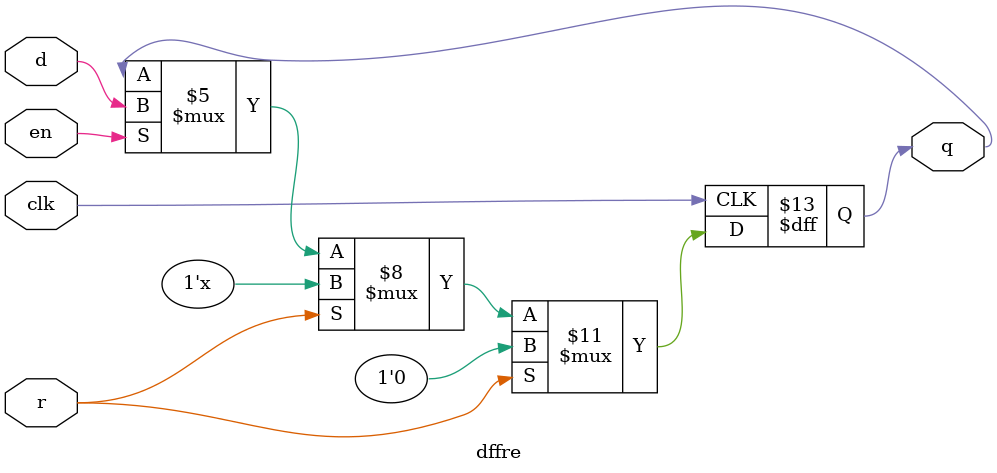
<source format=v>
module dffre(r,en,clk,q,d);
	parameter n=1;
	input en,clk,r;
	input [n-1:0] d;
	output [n-1:0] q;
	reg [n-1:0] q;
	always @(posedge clk)
	begin
		if(r==1) q=0;
		else if(en==1) q=d;
	end
endmodule
</source>
